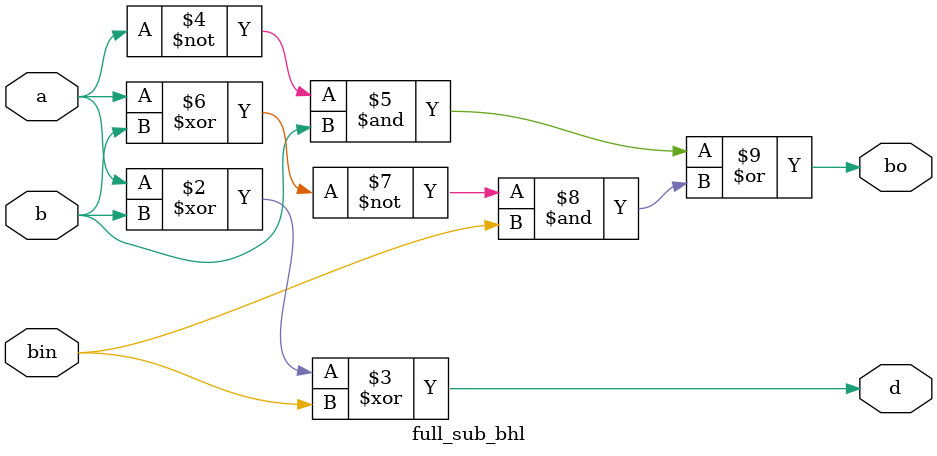
<source format=v>
module full_sub_bhl(input a,b,bin, output reg  d,bo);

always @(*)
begin
d = a^b^bin;
bo = ( ((~a)&b) | ~(a^b)&bin);
end
endmodule 

</source>
